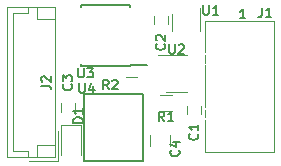
<source format=gto>
G04 #@! TF.GenerationSoftware,KiCad,Pcbnew,(5.1.10)-1*
G04 #@! TF.CreationDate,2021-11-20T00:47:51+09:00*
G04 #@! TF.ProjectId,M5Stack_UnitV2_DCDC&RS485,4d355374-6163-46b5-9f55-6e697456325f,rev?*
G04 #@! TF.SameCoordinates,Original*
G04 #@! TF.FileFunction,Legend,Top*
G04 #@! TF.FilePolarity,Positive*
%FSLAX46Y46*%
G04 Gerber Fmt 4.6, Leading zero omitted, Abs format (unit mm)*
G04 Created by KiCad (PCBNEW (5.1.10)-1) date 2021-11-20 00:47:51*
%MOMM*%
%LPD*%
G01*
G04 APERTURE LIST*
%ADD10C,0.120000*%
%ADD11C,0.150000*%
G04 APERTURE END LIST*
D10*
X136500000Y-54750000D02*
X136500000Y-55450000D01*
X135300000Y-55450000D02*
X135300000Y-54750000D01*
X133700000Y-47150000D02*
X133700000Y-47850000D01*
X132500000Y-47850000D02*
X132500000Y-47150000D01*
X124600000Y-55250000D02*
X124600000Y-54550000D01*
X125800000Y-54550000D02*
X125800000Y-55250000D01*
X132150000Y-57200000D02*
X132150000Y-58200000D01*
X133850000Y-58200000D02*
X133850000Y-57200000D01*
X126350000Y-56400000D02*
X126350000Y-58950000D01*
X124650000Y-56400000D02*
X124650000Y-58950000D01*
X126350000Y-56400000D02*
X124650000Y-56400000D01*
X136800000Y-56000000D02*
X136800000Y-58650000D01*
X136800000Y-47600000D02*
X136800000Y-50250000D01*
X136800000Y-58650000D02*
X142650000Y-58650000D01*
X136800000Y-51350000D02*
X136800000Y-54850000D01*
X136800000Y-47600000D02*
X142650000Y-47600000D01*
X142650000Y-47600000D02*
X142650000Y-58650000D01*
X136800000Y-50500000D02*
X136800000Y-51100000D01*
X136800000Y-55100000D02*
X136800000Y-55700000D01*
X120090000Y-59110000D02*
X124110000Y-59110000D01*
X124110000Y-59110000D02*
X124110000Y-46390000D01*
X124110000Y-46390000D02*
X120090000Y-46390000D01*
X120090000Y-46390000D02*
X120090000Y-59110000D01*
X121800000Y-59110000D02*
X121800000Y-58610000D01*
X121800000Y-58610000D02*
X120590000Y-58610000D01*
X120590000Y-58610000D02*
X120590000Y-46890000D01*
X120590000Y-46890000D02*
X121800000Y-46890000D01*
X121800000Y-46890000D02*
X121800000Y-46390000D01*
X122610000Y-59110000D02*
X122610000Y-58110000D01*
X122610000Y-58110000D02*
X124110000Y-58110000D01*
X122610000Y-46390000D02*
X122610000Y-47390000D01*
X122610000Y-47390000D02*
X124110000Y-47390000D01*
X121910000Y-59410000D02*
X124410000Y-59410000D01*
X124410000Y-59410000D02*
X124410000Y-56910000D01*
X133000000Y-53820000D02*
X134000000Y-53820000D01*
X134000000Y-55180000D02*
X133000000Y-55180000D01*
X130100000Y-52320000D02*
X131100000Y-52320000D01*
X131100000Y-53680000D02*
X130100000Y-53680000D01*
X134040000Y-47000000D02*
X134040000Y-48400000D01*
X136360000Y-48400000D02*
X136360000Y-46500000D01*
X135280000Y-50490000D02*
X132850000Y-50490000D01*
X133520000Y-53560000D02*
X135280000Y-53560000D01*
D11*
X130475000Y-51325000D02*
X131875000Y-51325000D01*
X130475000Y-46225000D02*
X126325000Y-46225000D01*
X130475000Y-51375000D02*
X126325000Y-51375000D01*
X130475000Y-46225000D02*
X130475000Y-46370000D01*
X126325000Y-46225000D02*
X126325000Y-46370000D01*
X126325000Y-51375000D02*
X126325000Y-51230000D01*
X130475000Y-51375000D02*
X130475000Y-51325000D01*
X131600000Y-53750000D02*
X126600000Y-53750000D01*
X126600000Y-53750000D02*
X126600000Y-59450000D01*
X126600000Y-59450000D02*
X131600000Y-59450000D01*
X131600000Y-59450000D02*
X131600000Y-53750000D01*
X136185714Y-57133333D02*
X136223809Y-57171428D01*
X136261904Y-57285714D01*
X136261904Y-57361904D01*
X136223809Y-57476190D01*
X136147619Y-57552380D01*
X136071428Y-57590476D01*
X135919047Y-57628571D01*
X135804761Y-57628571D01*
X135652380Y-57590476D01*
X135576190Y-57552380D01*
X135500000Y-57476190D01*
X135461904Y-57361904D01*
X135461904Y-57285714D01*
X135500000Y-57171428D01*
X135538095Y-57133333D01*
X136261904Y-56371428D02*
X136261904Y-56828571D01*
X136261904Y-56600000D02*
X135461904Y-56600000D01*
X135576190Y-56676190D01*
X135652380Y-56752380D01*
X135690476Y-56828571D01*
X133385714Y-49533333D02*
X133423809Y-49571428D01*
X133461904Y-49685714D01*
X133461904Y-49761904D01*
X133423809Y-49876190D01*
X133347619Y-49952380D01*
X133271428Y-49990476D01*
X133119047Y-50028571D01*
X133004761Y-50028571D01*
X132852380Y-49990476D01*
X132776190Y-49952380D01*
X132700000Y-49876190D01*
X132661904Y-49761904D01*
X132661904Y-49685714D01*
X132700000Y-49571428D01*
X132738095Y-49533333D01*
X132738095Y-49228571D02*
X132700000Y-49190476D01*
X132661904Y-49114285D01*
X132661904Y-48923809D01*
X132700000Y-48847619D01*
X132738095Y-48809523D01*
X132814285Y-48771428D01*
X132890476Y-48771428D01*
X133004761Y-48809523D01*
X133461904Y-49266666D01*
X133461904Y-48771428D01*
X125485714Y-52933333D02*
X125523809Y-52971428D01*
X125561904Y-53085714D01*
X125561904Y-53161904D01*
X125523809Y-53276190D01*
X125447619Y-53352380D01*
X125371428Y-53390476D01*
X125219047Y-53428571D01*
X125104761Y-53428571D01*
X124952380Y-53390476D01*
X124876190Y-53352380D01*
X124800000Y-53276190D01*
X124761904Y-53161904D01*
X124761904Y-53085714D01*
X124800000Y-52971428D01*
X124838095Y-52933333D01*
X124761904Y-52666666D02*
X124761904Y-52171428D01*
X125066666Y-52438095D01*
X125066666Y-52323809D01*
X125104761Y-52247619D01*
X125142857Y-52209523D01*
X125219047Y-52171428D01*
X125409523Y-52171428D01*
X125485714Y-52209523D01*
X125523809Y-52247619D01*
X125561904Y-52323809D01*
X125561904Y-52552380D01*
X125523809Y-52628571D01*
X125485714Y-52666666D01*
X134585714Y-58533333D02*
X134623809Y-58571428D01*
X134661904Y-58685714D01*
X134661904Y-58761904D01*
X134623809Y-58876190D01*
X134547619Y-58952380D01*
X134471428Y-58990476D01*
X134319047Y-59028571D01*
X134204761Y-59028571D01*
X134052380Y-58990476D01*
X133976190Y-58952380D01*
X133900000Y-58876190D01*
X133861904Y-58761904D01*
X133861904Y-58685714D01*
X133900000Y-58571428D01*
X133938095Y-58533333D01*
X134128571Y-57847619D02*
X134661904Y-57847619D01*
X133823809Y-58038095D02*
X134395238Y-58228571D01*
X134395238Y-57733333D01*
X126461904Y-56190476D02*
X125661904Y-56190476D01*
X125661904Y-56000000D01*
X125700000Y-55885714D01*
X125776190Y-55809523D01*
X125852380Y-55771428D01*
X126004761Y-55733333D01*
X126119047Y-55733333D01*
X126271428Y-55771428D01*
X126347619Y-55809523D01*
X126423809Y-55885714D01*
X126461904Y-56000000D01*
X126461904Y-56190476D01*
X126461904Y-54971428D02*
X126461904Y-55428571D01*
X126461904Y-55200000D02*
X125661904Y-55200000D01*
X125776190Y-55276190D01*
X125852380Y-55352380D01*
X125890476Y-55428571D01*
X141633333Y-46461904D02*
X141633333Y-47033333D01*
X141595238Y-47147619D01*
X141519047Y-47223809D01*
X141404761Y-47261904D01*
X141328571Y-47261904D01*
X142433333Y-47261904D02*
X141976190Y-47261904D01*
X142204761Y-47261904D02*
X142204761Y-46461904D01*
X142128571Y-46576190D01*
X142052380Y-46652380D01*
X141976190Y-46690476D01*
X140228571Y-47361904D02*
X139771428Y-47361904D01*
X140000000Y-47361904D02*
X140000000Y-46561904D01*
X139923809Y-46676190D01*
X139847619Y-46752380D01*
X139771428Y-46790476D01*
X122961904Y-53066666D02*
X123533333Y-53066666D01*
X123647619Y-53104761D01*
X123723809Y-53180952D01*
X123761904Y-53295238D01*
X123761904Y-53371428D01*
X123038095Y-52723809D02*
X123000000Y-52685714D01*
X122961904Y-52609523D01*
X122961904Y-52419047D01*
X123000000Y-52342857D01*
X123038095Y-52304761D01*
X123114285Y-52266666D01*
X123190476Y-52266666D01*
X123304761Y-52304761D01*
X123761904Y-52761904D01*
X123761904Y-52266666D01*
X133366666Y-56061904D02*
X133100000Y-55680952D01*
X132909523Y-56061904D02*
X132909523Y-55261904D01*
X133214285Y-55261904D01*
X133290476Y-55300000D01*
X133328571Y-55338095D01*
X133366666Y-55414285D01*
X133366666Y-55528571D01*
X133328571Y-55604761D01*
X133290476Y-55642857D01*
X133214285Y-55680952D01*
X132909523Y-55680952D01*
X134128571Y-56061904D02*
X133671428Y-56061904D01*
X133900000Y-56061904D02*
X133900000Y-55261904D01*
X133823809Y-55376190D01*
X133747619Y-55452380D01*
X133671428Y-55490476D01*
X128666666Y-53361904D02*
X128400000Y-52980952D01*
X128209523Y-53361904D02*
X128209523Y-52561904D01*
X128514285Y-52561904D01*
X128590476Y-52600000D01*
X128628571Y-52638095D01*
X128666666Y-52714285D01*
X128666666Y-52828571D01*
X128628571Y-52904761D01*
X128590476Y-52942857D01*
X128514285Y-52980952D01*
X128209523Y-52980952D01*
X128971428Y-52638095D02*
X129009523Y-52600000D01*
X129085714Y-52561904D01*
X129276190Y-52561904D01*
X129352380Y-52600000D01*
X129390476Y-52638095D01*
X129428571Y-52714285D01*
X129428571Y-52790476D01*
X129390476Y-52904761D01*
X128933333Y-53361904D01*
X129428571Y-53361904D01*
X136690476Y-46261904D02*
X136690476Y-46909523D01*
X136728571Y-46985714D01*
X136766666Y-47023809D01*
X136842857Y-47061904D01*
X136995238Y-47061904D01*
X137071428Y-47023809D01*
X137109523Y-46985714D01*
X137147619Y-46909523D01*
X137147619Y-46261904D01*
X137947619Y-47061904D02*
X137490476Y-47061904D01*
X137719047Y-47061904D02*
X137719047Y-46261904D01*
X137642857Y-46376190D01*
X137566666Y-46452380D01*
X137490476Y-46490476D01*
X133790476Y-49561904D02*
X133790476Y-50209523D01*
X133828571Y-50285714D01*
X133866666Y-50323809D01*
X133942857Y-50361904D01*
X134095238Y-50361904D01*
X134171428Y-50323809D01*
X134209523Y-50285714D01*
X134247619Y-50209523D01*
X134247619Y-49561904D01*
X134590476Y-49638095D02*
X134628571Y-49600000D01*
X134704761Y-49561904D01*
X134895238Y-49561904D01*
X134971428Y-49600000D01*
X135009523Y-49638095D01*
X135047619Y-49714285D01*
X135047619Y-49790476D01*
X135009523Y-49904761D01*
X134552380Y-50361904D01*
X135047619Y-50361904D01*
X126090476Y-51561904D02*
X126090476Y-52209523D01*
X126128571Y-52285714D01*
X126166666Y-52323809D01*
X126242857Y-52361904D01*
X126395238Y-52361904D01*
X126471428Y-52323809D01*
X126509523Y-52285714D01*
X126547619Y-52209523D01*
X126547619Y-51561904D01*
X126852380Y-51561904D02*
X127347619Y-51561904D01*
X127080952Y-51866666D01*
X127195238Y-51866666D01*
X127271428Y-51904761D01*
X127309523Y-51942857D01*
X127347619Y-52019047D01*
X127347619Y-52209523D01*
X127309523Y-52285714D01*
X127271428Y-52323809D01*
X127195238Y-52361904D01*
X126966666Y-52361904D01*
X126890476Y-52323809D01*
X126852380Y-52285714D01*
X126190476Y-52861904D02*
X126190476Y-53509523D01*
X126228571Y-53585714D01*
X126266666Y-53623809D01*
X126342857Y-53661904D01*
X126495238Y-53661904D01*
X126571428Y-53623809D01*
X126609523Y-53585714D01*
X126647619Y-53509523D01*
X126647619Y-52861904D01*
X127371428Y-53128571D02*
X127371428Y-53661904D01*
X127180952Y-52823809D02*
X126990476Y-53395238D01*
X127485714Y-53395238D01*
M02*

</source>
